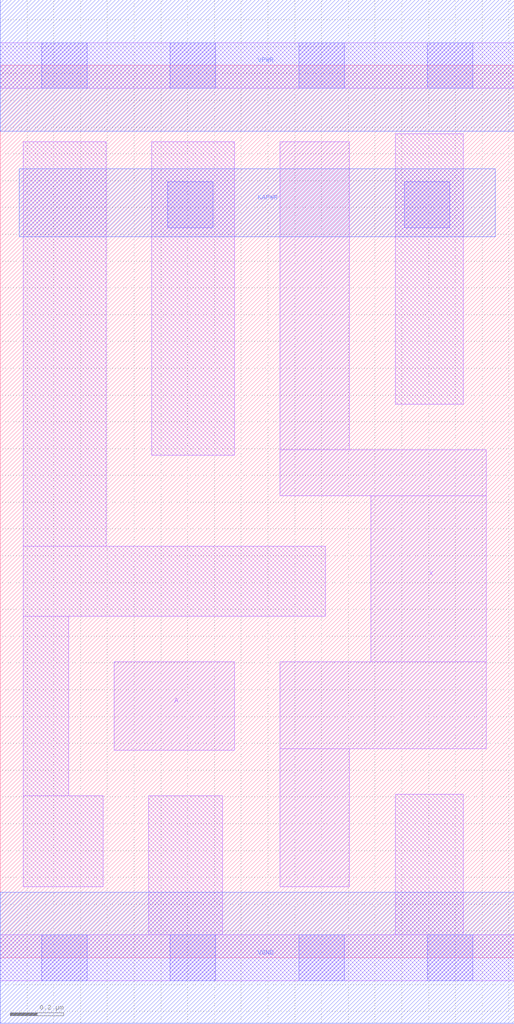
<source format=lef>
# Copyright 2020 The SkyWater PDK Authors
#
# Licensed under the Apache License, Version 2.0 (the "License");
# you may not use this file except in compliance with the License.
# You may obtain a copy of the License at
#
#     https://www.apache.org/licenses/LICENSE-2.0
#
# Unless required by applicable law or agreed to in writing, software
# distributed under the License is distributed on an "AS IS" BASIS,
# WITHOUT WARRANTIES OR CONDITIONS OF ANY KIND, either express or implied.
# See the License for the specific language governing permissions and
# limitations under the License.
#
# SPDX-License-Identifier: Apache-2.0

VERSION 5.7 ;
  NAMESCASESENSITIVE ON ;
  NOWIREEXTENSIONATPIN ON ;
  DIVIDERCHAR "/" ;
  BUSBITCHARS "[]" ;
UNITS
  DATABASE MICRONS 200 ;
END UNITS
MACRO sky130_fd_sc_lp__bufkapwr_2
  CLASS CORE ;
  FOREIGN sky130_fd_sc_lp__bufkapwr_2 ;
  ORIGIN  0.000000  0.000000 ;
  SIZE  1.920000 BY  3.330000 ;
  SYMMETRY X Y ;
  SITE unit ;
  PIN A
    ANTENNAGATEAREA  0.252000 ;
    DIRECTION INPUT ;
    USE SIGNAL ;
    PORT
      LAYER li1 ;
        RECT 0.425000 0.775000 0.875000 1.105000 ;
    END
  END A
  PIN X
    ANTENNADIFFAREA  0.470400 ;
    DIRECTION OUTPUT ;
    USE SIGNAL ;
    PORT
      LAYER li1 ;
        RECT 1.045000 0.265000 1.305000 0.780000 ;
        RECT 1.045000 0.780000 1.815000 1.105000 ;
        RECT 1.045000 1.725000 1.815000 1.895000 ;
        RECT 1.045000 1.895000 1.305000 3.045000 ;
        RECT 1.385000 1.105000 1.815000 1.725000 ;
    END
  END X
  PIN KAPWR
    DIRECTION INOUT ;
    USE POWER ;
    PORT
      LAYER met1 ;
        RECT 0.070000 2.690000 1.850000 2.945000 ;
    END
  END KAPWR
  PIN VGND
    DIRECTION INOUT ;
    USE GROUND ;
    PORT
      LAYER met1 ;
        RECT 0.000000 -0.245000 1.920000 0.245000 ;
    END
  END VGND
  PIN VPWR
    DIRECTION INOUT ;
    USE POWER ;
    PORT
      LAYER met1 ;
        RECT 0.000000 3.085000 1.920000 3.575000 ;
    END
  END VPWR
  OBS
    LAYER li1 ;
      RECT 0.000000 -0.085000 1.920000 0.085000 ;
      RECT 0.000000  3.245000 1.920000 3.415000 ;
      RECT 0.085000  0.265000 0.385000 0.605000 ;
      RECT 0.085000  0.605000 0.255000 1.275000 ;
      RECT 0.085000  1.275000 1.215000 1.535000 ;
      RECT 0.085000  1.535000 0.395000 3.045000 ;
      RECT 0.555000  0.085000 0.830000 0.605000 ;
      RECT 0.565000  1.875000 0.875000 3.045000 ;
      RECT 1.475000  0.085000 1.730000 0.610000 ;
      RECT 1.475000  2.065000 1.730000 3.075000 ;
    LAYER mcon ;
      RECT 0.155000 -0.085000 0.325000 0.085000 ;
      RECT 0.155000  3.245000 0.325000 3.415000 ;
      RECT 0.625000  2.725000 0.795000 2.895000 ;
      RECT 0.635000 -0.085000 0.805000 0.085000 ;
      RECT 0.635000  3.245000 0.805000 3.415000 ;
      RECT 1.115000 -0.085000 1.285000 0.085000 ;
      RECT 1.115000  3.245000 1.285000 3.415000 ;
      RECT 1.510000  2.725000 1.680000 2.895000 ;
      RECT 1.595000 -0.085000 1.765000 0.085000 ;
      RECT 1.595000  3.245000 1.765000 3.415000 ;
  END
END sky130_fd_sc_lp__bufkapwr_2
END LIBRARY

</source>
